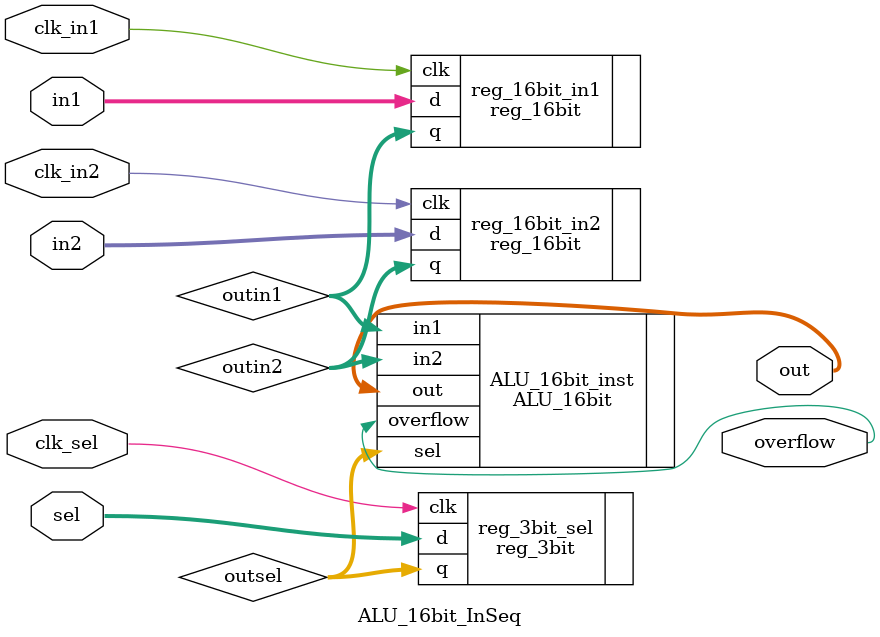
<source format=v>
module ALU_16bit_InSeq(out,overflow,in1,in2,sel,clk_in1,clk_in2,clk_sel);
	output wire [15:0] out;
	output wire overflow;
	input wire [15:0] in1,in2;
	input wire [2:0] sel;
	input wire clk_in1,clk_in2,clk_sel;
	wire [15:0]outin1,outin2;
	wire [2:0]outsel;
reg_16bit reg_16bit_in1(
	.q(outin1),
	.d(in1),
	.clk(clk_in1)
);
reg_16bit reg_16bit_in2(
	.q(outin2),
	.d(in2),
	.clk(clk_in2)
);
reg_3bit reg_3bit_sel(
	.q(outsel),
	.d(sel),
	.clk(clk_sel)
);
ALU_16bit ALU_16bit_inst(
	.out(out),
	.overflow(overflow),
	.in1(outin1),
	.in2(outin2),
	.sel(outsel)
);
endmodule

</source>
